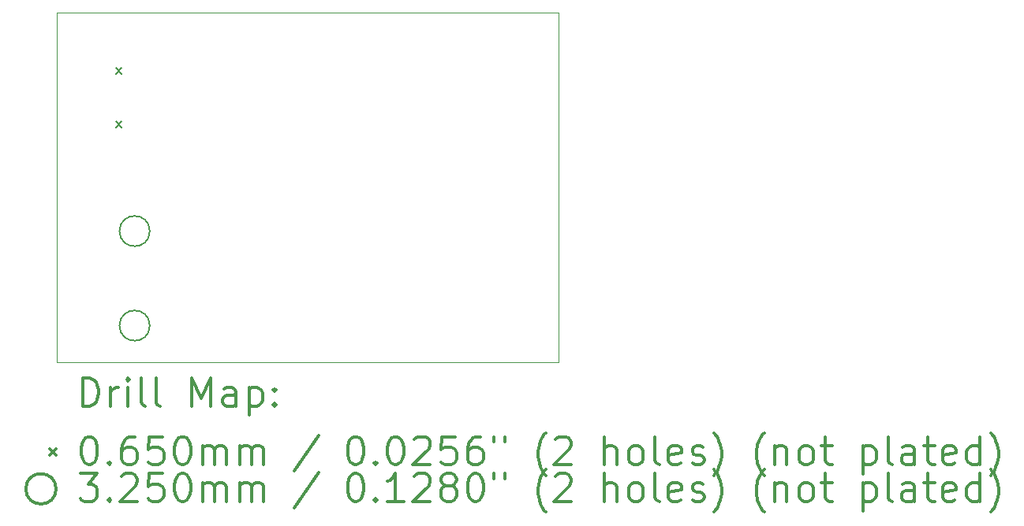
<source format=gbr>
%FSLAX45Y45*%
G04 Gerber Fmt 4.5, Leading zero omitted, Abs format (unit mm)*
G04 Created by KiCad (PCBNEW 5.1.10-88a1d61d58~90~ubuntu20.04.1) date 2021-11-06 19:30:08*
%MOMM*%
%LPD*%
G01*
G04 APERTURE LIST*
%TA.AperFunction,Profile*%
%ADD10C,0.100000*%
%TD*%
%ADD11C,0.200000*%
%ADD12C,0.300000*%
G04 APERTURE END LIST*
D10*
X10769600Y-6248400D02*
X10769600Y-6299200D01*
X16154400Y-6299200D02*
X16154400Y-6248400D01*
X16103600Y-6299200D02*
X16154400Y-6299200D01*
X16154400Y-2540000D02*
X16103600Y-2540000D01*
X10769600Y-2540000D02*
X10769600Y-6248400D01*
X16103600Y-2540000D02*
X10769600Y-2540000D01*
X16154400Y-6248400D02*
X16154400Y-2540000D01*
X10769600Y-6299200D02*
X16103600Y-6299200D01*
D11*
X11403500Y-3132900D02*
X11468500Y-3197900D01*
X11468500Y-3132900D02*
X11403500Y-3197900D01*
X11403500Y-3710900D02*
X11468500Y-3775900D01*
X11468500Y-3710900D02*
X11403500Y-3775900D01*
X11770300Y-4889000D02*
G75*
G03*
X11770300Y-4889000I-162500J0D01*
G01*
X11770300Y-5905000D02*
G75*
G03*
X11770300Y-5905000I-162500J0D01*
G01*
D12*
X11051028Y-6769914D02*
X11051028Y-6469914D01*
X11122457Y-6469914D01*
X11165314Y-6484200D01*
X11193886Y-6512771D01*
X11208171Y-6541343D01*
X11222457Y-6598486D01*
X11222457Y-6641343D01*
X11208171Y-6698486D01*
X11193886Y-6727057D01*
X11165314Y-6755629D01*
X11122457Y-6769914D01*
X11051028Y-6769914D01*
X11351028Y-6769914D02*
X11351028Y-6569914D01*
X11351028Y-6627057D02*
X11365314Y-6598486D01*
X11379600Y-6584200D01*
X11408171Y-6569914D01*
X11436743Y-6569914D01*
X11536743Y-6769914D02*
X11536743Y-6569914D01*
X11536743Y-6469914D02*
X11522457Y-6484200D01*
X11536743Y-6498486D01*
X11551028Y-6484200D01*
X11536743Y-6469914D01*
X11536743Y-6498486D01*
X11722457Y-6769914D02*
X11693886Y-6755629D01*
X11679600Y-6727057D01*
X11679600Y-6469914D01*
X11879600Y-6769914D02*
X11851028Y-6755629D01*
X11836743Y-6727057D01*
X11836743Y-6469914D01*
X12222457Y-6769914D02*
X12222457Y-6469914D01*
X12322457Y-6684200D01*
X12422457Y-6469914D01*
X12422457Y-6769914D01*
X12693886Y-6769914D02*
X12693886Y-6612771D01*
X12679600Y-6584200D01*
X12651028Y-6569914D01*
X12593886Y-6569914D01*
X12565314Y-6584200D01*
X12693886Y-6755629D02*
X12665314Y-6769914D01*
X12593886Y-6769914D01*
X12565314Y-6755629D01*
X12551028Y-6727057D01*
X12551028Y-6698486D01*
X12565314Y-6669914D01*
X12593886Y-6655629D01*
X12665314Y-6655629D01*
X12693886Y-6641343D01*
X12836743Y-6569914D02*
X12836743Y-6869914D01*
X12836743Y-6584200D02*
X12865314Y-6569914D01*
X12922457Y-6569914D01*
X12951028Y-6584200D01*
X12965314Y-6598486D01*
X12979600Y-6627057D01*
X12979600Y-6712771D01*
X12965314Y-6741343D01*
X12951028Y-6755629D01*
X12922457Y-6769914D01*
X12865314Y-6769914D01*
X12836743Y-6755629D01*
X13108171Y-6741343D02*
X13122457Y-6755629D01*
X13108171Y-6769914D01*
X13093886Y-6755629D01*
X13108171Y-6741343D01*
X13108171Y-6769914D01*
X13108171Y-6584200D02*
X13122457Y-6598486D01*
X13108171Y-6612771D01*
X13093886Y-6598486D01*
X13108171Y-6584200D01*
X13108171Y-6612771D01*
X10699600Y-7231700D02*
X10764600Y-7296700D01*
X10764600Y-7231700D02*
X10699600Y-7296700D01*
X11108171Y-7099914D02*
X11136743Y-7099914D01*
X11165314Y-7114200D01*
X11179600Y-7128486D01*
X11193886Y-7157057D01*
X11208171Y-7214200D01*
X11208171Y-7285629D01*
X11193886Y-7342771D01*
X11179600Y-7371343D01*
X11165314Y-7385629D01*
X11136743Y-7399914D01*
X11108171Y-7399914D01*
X11079600Y-7385629D01*
X11065314Y-7371343D01*
X11051028Y-7342771D01*
X11036743Y-7285629D01*
X11036743Y-7214200D01*
X11051028Y-7157057D01*
X11065314Y-7128486D01*
X11079600Y-7114200D01*
X11108171Y-7099914D01*
X11336743Y-7371343D02*
X11351028Y-7385629D01*
X11336743Y-7399914D01*
X11322457Y-7385629D01*
X11336743Y-7371343D01*
X11336743Y-7399914D01*
X11608171Y-7099914D02*
X11551028Y-7099914D01*
X11522457Y-7114200D01*
X11508171Y-7128486D01*
X11479600Y-7171343D01*
X11465314Y-7228486D01*
X11465314Y-7342771D01*
X11479600Y-7371343D01*
X11493886Y-7385629D01*
X11522457Y-7399914D01*
X11579600Y-7399914D01*
X11608171Y-7385629D01*
X11622457Y-7371343D01*
X11636743Y-7342771D01*
X11636743Y-7271343D01*
X11622457Y-7242771D01*
X11608171Y-7228486D01*
X11579600Y-7214200D01*
X11522457Y-7214200D01*
X11493886Y-7228486D01*
X11479600Y-7242771D01*
X11465314Y-7271343D01*
X11908171Y-7099914D02*
X11765314Y-7099914D01*
X11751028Y-7242771D01*
X11765314Y-7228486D01*
X11793886Y-7214200D01*
X11865314Y-7214200D01*
X11893886Y-7228486D01*
X11908171Y-7242771D01*
X11922457Y-7271343D01*
X11922457Y-7342771D01*
X11908171Y-7371343D01*
X11893886Y-7385629D01*
X11865314Y-7399914D01*
X11793886Y-7399914D01*
X11765314Y-7385629D01*
X11751028Y-7371343D01*
X12108171Y-7099914D02*
X12136743Y-7099914D01*
X12165314Y-7114200D01*
X12179600Y-7128486D01*
X12193886Y-7157057D01*
X12208171Y-7214200D01*
X12208171Y-7285629D01*
X12193886Y-7342771D01*
X12179600Y-7371343D01*
X12165314Y-7385629D01*
X12136743Y-7399914D01*
X12108171Y-7399914D01*
X12079600Y-7385629D01*
X12065314Y-7371343D01*
X12051028Y-7342771D01*
X12036743Y-7285629D01*
X12036743Y-7214200D01*
X12051028Y-7157057D01*
X12065314Y-7128486D01*
X12079600Y-7114200D01*
X12108171Y-7099914D01*
X12336743Y-7399914D02*
X12336743Y-7199914D01*
X12336743Y-7228486D02*
X12351028Y-7214200D01*
X12379600Y-7199914D01*
X12422457Y-7199914D01*
X12451028Y-7214200D01*
X12465314Y-7242771D01*
X12465314Y-7399914D01*
X12465314Y-7242771D02*
X12479600Y-7214200D01*
X12508171Y-7199914D01*
X12551028Y-7199914D01*
X12579600Y-7214200D01*
X12593886Y-7242771D01*
X12593886Y-7399914D01*
X12736743Y-7399914D02*
X12736743Y-7199914D01*
X12736743Y-7228486D02*
X12751028Y-7214200D01*
X12779600Y-7199914D01*
X12822457Y-7199914D01*
X12851028Y-7214200D01*
X12865314Y-7242771D01*
X12865314Y-7399914D01*
X12865314Y-7242771D02*
X12879600Y-7214200D01*
X12908171Y-7199914D01*
X12951028Y-7199914D01*
X12979600Y-7214200D01*
X12993886Y-7242771D01*
X12993886Y-7399914D01*
X13579600Y-7085629D02*
X13322457Y-7471343D01*
X13965314Y-7099914D02*
X13993886Y-7099914D01*
X14022457Y-7114200D01*
X14036743Y-7128486D01*
X14051028Y-7157057D01*
X14065314Y-7214200D01*
X14065314Y-7285629D01*
X14051028Y-7342771D01*
X14036743Y-7371343D01*
X14022457Y-7385629D01*
X13993886Y-7399914D01*
X13965314Y-7399914D01*
X13936743Y-7385629D01*
X13922457Y-7371343D01*
X13908171Y-7342771D01*
X13893886Y-7285629D01*
X13893886Y-7214200D01*
X13908171Y-7157057D01*
X13922457Y-7128486D01*
X13936743Y-7114200D01*
X13965314Y-7099914D01*
X14193886Y-7371343D02*
X14208171Y-7385629D01*
X14193886Y-7399914D01*
X14179600Y-7385629D01*
X14193886Y-7371343D01*
X14193886Y-7399914D01*
X14393886Y-7099914D02*
X14422457Y-7099914D01*
X14451028Y-7114200D01*
X14465314Y-7128486D01*
X14479600Y-7157057D01*
X14493886Y-7214200D01*
X14493886Y-7285629D01*
X14479600Y-7342771D01*
X14465314Y-7371343D01*
X14451028Y-7385629D01*
X14422457Y-7399914D01*
X14393886Y-7399914D01*
X14365314Y-7385629D01*
X14351028Y-7371343D01*
X14336743Y-7342771D01*
X14322457Y-7285629D01*
X14322457Y-7214200D01*
X14336743Y-7157057D01*
X14351028Y-7128486D01*
X14365314Y-7114200D01*
X14393886Y-7099914D01*
X14608171Y-7128486D02*
X14622457Y-7114200D01*
X14651028Y-7099914D01*
X14722457Y-7099914D01*
X14751028Y-7114200D01*
X14765314Y-7128486D01*
X14779600Y-7157057D01*
X14779600Y-7185629D01*
X14765314Y-7228486D01*
X14593886Y-7399914D01*
X14779600Y-7399914D01*
X15051028Y-7099914D02*
X14908171Y-7099914D01*
X14893886Y-7242771D01*
X14908171Y-7228486D01*
X14936743Y-7214200D01*
X15008171Y-7214200D01*
X15036743Y-7228486D01*
X15051028Y-7242771D01*
X15065314Y-7271343D01*
X15065314Y-7342771D01*
X15051028Y-7371343D01*
X15036743Y-7385629D01*
X15008171Y-7399914D01*
X14936743Y-7399914D01*
X14908171Y-7385629D01*
X14893886Y-7371343D01*
X15322457Y-7099914D02*
X15265314Y-7099914D01*
X15236743Y-7114200D01*
X15222457Y-7128486D01*
X15193886Y-7171343D01*
X15179600Y-7228486D01*
X15179600Y-7342771D01*
X15193886Y-7371343D01*
X15208171Y-7385629D01*
X15236743Y-7399914D01*
X15293886Y-7399914D01*
X15322457Y-7385629D01*
X15336743Y-7371343D01*
X15351028Y-7342771D01*
X15351028Y-7271343D01*
X15336743Y-7242771D01*
X15322457Y-7228486D01*
X15293886Y-7214200D01*
X15236743Y-7214200D01*
X15208171Y-7228486D01*
X15193886Y-7242771D01*
X15179600Y-7271343D01*
X15465314Y-7099914D02*
X15465314Y-7157057D01*
X15579600Y-7099914D02*
X15579600Y-7157057D01*
X16022457Y-7514200D02*
X16008171Y-7499914D01*
X15979600Y-7457057D01*
X15965314Y-7428486D01*
X15951028Y-7385629D01*
X15936743Y-7314200D01*
X15936743Y-7257057D01*
X15951028Y-7185629D01*
X15965314Y-7142771D01*
X15979600Y-7114200D01*
X16008171Y-7071343D01*
X16022457Y-7057057D01*
X16122457Y-7128486D02*
X16136743Y-7114200D01*
X16165314Y-7099914D01*
X16236743Y-7099914D01*
X16265314Y-7114200D01*
X16279600Y-7128486D01*
X16293886Y-7157057D01*
X16293886Y-7185629D01*
X16279600Y-7228486D01*
X16108171Y-7399914D01*
X16293886Y-7399914D01*
X16651028Y-7399914D02*
X16651028Y-7099914D01*
X16779600Y-7399914D02*
X16779600Y-7242771D01*
X16765314Y-7214200D01*
X16736743Y-7199914D01*
X16693886Y-7199914D01*
X16665314Y-7214200D01*
X16651028Y-7228486D01*
X16965314Y-7399914D02*
X16936743Y-7385629D01*
X16922457Y-7371343D01*
X16908171Y-7342771D01*
X16908171Y-7257057D01*
X16922457Y-7228486D01*
X16936743Y-7214200D01*
X16965314Y-7199914D01*
X17008171Y-7199914D01*
X17036743Y-7214200D01*
X17051028Y-7228486D01*
X17065314Y-7257057D01*
X17065314Y-7342771D01*
X17051028Y-7371343D01*
X17036743Y-7385629D01*
X17008171Y-7399914D01*
X16965314Y-7399914D01*
X17236743Y-7399914D02*
X17208171Y-7385629D01*
X17193886Y-7357057D01*
X17193886Y-7099914D01*
X17465314Y-7385629D02*
X17436743Y-7399914D01*
X17379600Y-7399914D01*
X17351028Y-7385629D01*
X17336743Y-7357057D01*
X17336743Y-7242771D01*
X17351028Y-7214200D01*
X17379600Y-7199914D01*
X17436743Y-7199914D01*
X17465314Y-7214200D01*
X17479600Y-7242771D01*
X17479600Y-7271343D01*
X17336743Y-7299914D01*
X17593886Y-7385629D02*
X17622457Y-7399914D01*
X17679600Y-7399914D01*
X17708171Y-7385629D01*
X17722457Y-7357057D01*
X17722457Y-7342771D01*
X17708171Y-7314200D01*
X17679600Y-7299914D01*
X17636743Y-7299914D01*
X17608171Y-7285629D01*
X17593886Y-7257057D01*
X17593886Y-7242771D01*
X17608171Y-7214200D01*
X17636743Y-7199914D01*
X17679600Y-7199914D01*
X17708171Y-7214200D01*
X17822457Y-7514200D02*
X17836743Y-7499914D01*
X17865314Y-7457057D01*
X17879600Y-7428486D01*
X17893886Y-7385629D01*
X17908171Y-7314200D01*
X17908171Y-7257057D01*
X17893886Y-7185629D01*
X17879600Y-7142771D01*
X17865314Y-7114200D01*
X17836743Y-7071343D01*
X17822457Y-7057057D01*
X18365314Y-7514200D02*
X18351028Y-7499914D01*
X18322457Y-7457057D01*
X18308171Y-7428486D01*
X18293886Y-7385629D01*
X18279600Y-7314200D01*
X18279600Y-7257057D01*
X18293886Y-7185629D01*
X18308171Y-7142771D01*
X18322457Y-7114200D01*
X18351028Y-7071343D01*
X18365314Y-7057057D01*
X18479600Y-7199914D02*
X18479600Y-7399914D01*
X18479600Y-7228486D02*
X18493886Y-7214200D01*
X18522457Y-7199914D01*
X18565314Y-7199914D01*
X18593886Y-7214200D01*
X18608171Y-7242771D01*
X18608171Y-7399914D01*
X18793886Y-7399914D02*
X18765314Y-7385629D01*
X18751028Y-7371343D01*
X18736743Y-7342771D01*
X18736743Y-7257057D01*
X18751028Y-7228486D01*
X18765314Y-7214200D01*
X18793886Y-7199914D01*
X18836743Y-7199914D01*
X18865314Y-7214200D01*
X18879600Y-7228486D01*
X18893886Y-7257057D01*
X18893886Y-7342771D01*
X18879600Y-7371343D01*
X18865314Y-7385629D01*
X18836743Y-7399914D01*
X18793886Y-7399914D01*
X18979600Y-7199914D02*
X19093886Y-7199914D01*
X19022457Y-7099914D02*
X19022457Y-7357057D01*
X19036743Y-7385629D01*
X19065314Y-7399914D01*
X19093886Y-7399914D01*
X19422457Y-7199914D02*
X19422457Y-7499914D01*
X19422457Y-7214200D02*
X19451028Y-7199914D01*
X19508171Y-7199914D01*
X19536743Y-7214200D01*
X19551028Y-7228486D01*
X19565314Y-7257057D01*
X19565314Y-7342771D01*
X19551028Y-7371343D01*
X19536743Y-7385629D01*
X19508171Y-7399914D01*
X19451028Y-7399914D01*
X19422457Y-7385629D01*
X19736743Y-7399914D02*
X19708171Y-7385629D01*
X19693886Y-7357057D01*
X19693886Y-7099914D01*
X19979600Y-7399914D02*
X19979600Y-7242771D01*
X19965314Y-7214200D01*
X19936743Y-7199914D01*
X19879600Y-7199914D01*
X19851028Y-7214200D01*
X19979600Y-7385629D02*
X19951028Y-7399914D01*
X19879600Y-7399914D01*
X19851028Y-7385629D01*
X19836743Y-7357057D01*
X19836743Y-7328486D01*
X19851028Y-7299914D01*
X19879600Y-7285629D01*
X19951028Y-7285629D01*
X19979600Y-7271343D01*
X20079600Y-7199914D02*
X20193886Y-7199914D01*
X20122457Y-7099914D02*
X20122457Y-7357057D01*
X20136743Y-7385629D01*
X20165314Y-7399914D01*
X20193886Y-7399914D01*
X20408171Y-7385629D02*
X20379600Y-7399914D01*
X20322457Y-7399914D01*
X20293886Y-7385629D01*
X20279600Y-7357057D01*
X20279600Y-7242771D01*
X20293886Y-7214200D01*
X20322457Y-7199914D01*
X20379600Y-7199914D01*
X20408171Y-7214200D01*
X20422457Y-7242771D01*
X20422457Y-7271343D01*
X20279600Y-7299914D01*
X20679600Y-7399914D02*
X20679600Y-7099914D01*
X20679600Y-7385629D02*
X20651028Y-7399914D01*
X20593886Y-7399914D01*
X20565314Y-7385629D01*
X20551028Y-7371343D01*
X20536743Y-7342771D01*
X20536743Y-7257057D01*
X20551028Y-7228486D01*
X20565314Y-7214200D01*
X20593886Y-7199914D01*
X20651028Y-7199914D01*
X20679600Y-7214200D01*
X20793886Y-7514200D02*
X20808171Y-7499914D01*
X20836743Y-7457057D01*
X20851028Y-7428486D01*
X20865314Y-7385629D01*
X20879600Y-7314200D01*
X20879600Y-7257057D01*
X20865314Y-7185629D01*
X20851028Y-7142771D01*
X20836743Y-7114200D01*
X20808171Y-7071343D01*
X20793886Y-7057057D01*
X10764600Y-7660200D02*
G75*
G03*
X10764600Y-7660200I-162500J0D01*
G01*
X11022457Y-7495914D02*
X11208171Y-7495914D01*
X11108171Y-7610200D01*
X11151028Y-7610200D01*
X11179600Y-7624486D01*
X11193886Y-7638771D01*
X11208171Y-7667343D01*
X11208171Y-7738771D01*
X11193886Y-7767343D01*
X11179600Y-7781629D01*
X11151028Y-7795914D01*
X11065314Y-7795914D01*
X11036743Y-7781629D01*
X11022457Y-7767343D01*
X11336743Y-7767343D02*
X11351028Y-7781629D01*
X11336743Y-7795914D01*
X11322457Y-7781629D01*
X11336743Y-7767343D01*
X11336743Y-7795914D01*
X11465314Y-7524486D02*
X11479600Y-7510200D01*
X11508171Y-7495914D01*
X11579600Y-7495914D01*
X11608171Y-7510200D01*
X11622457Y-7524486D01*
X11636743Y-7553057D01*
X11636743Y-7581629D01*
X11622457Y-7624486D01*
X11451028Y-7795914D01*
X11636743Y-7795914D01*
X11908171Y-7495914D02*
X11765314Y-7495914D01*
X11751028Y-7638771D01*
X11765314Y-7624486D01*
X11793886Y-7610200D01*
X11865314Y-7610200D01*
X11893886Y-7624486D01*
X11908171Y-7638771D01*
X11922457Y-7667343D01*
X11922457Y-7738771D01*
X11908171Y-7767343D01*
X11893886Y-7781629D01*
X11865314Y-7795914D01*
X11793886Y-7795914D01*
X11765314Y-7781629D01*
X11751028Y-7767343D01*
X12108171Y-7495914D02*
X12136743Y-7495914D01*
X12165314Y-7510200D01*
X12179600Y-7524486D01*
X12193886Y-7553057D01*
X12208171Y-7610200D01*
X12208171Y-7681629D01*
X12193886Y-7738771D01*
X12179600Y-7767343D01*
X12165314Y-7781629D01*
X12136743Y-7795914D01*
X12108171Y-7795914D01*
X12079600Y-7781629D01*
X12065314Y-7767343D01*
X12051028Y-7738771D01*
X12036743Y-7681629D01*
X12036743Y-7610200D01*
X12051028Y-7553057D01*
X12065314Y-7524486D01*
X12079600Y-7510200D01*
X12108171Y-7495914D01*
X12336743Y-7795914D02*
X12336743Y-7595914D01*
X12336743Y-7624486D02*
X12351028Y-7610200D01*
X12379600Y-7595914D01*
X12422457Y-7595914D01*
X12451028Y-7610200D01*
X12465314Y-7638771D01*
X12465314Y-7795914D01*
X12465314Y-7638771D02*
X12479600Y-7610200D01*
X12508171Y-7595914D01*
X12551028Y-7595914D01*
X12579600Y-7610200D01*
X12593886Y-7638771D01*
X12593886Y-7795914D01*
X12736743Y-7795914D02*
X12736743Y-7595914D01*
X12736743Y-7624486D02*
X12751028Y-7610200D01*
X12779600Y-7595914D01*
X12822457Y-7595914D01*
X12851028Y-7610200D01*
X12865314Y-7638771D01*
X12865314Y-7795914D01*
X12865314Y-7638771D02*
X12879600Y-7610200D01*
X12908171Y-7595914D01*
X12951028Y-7595914D01*
X12979600Y-7610200D01*
X12993886Y-7638771D01*
X12993886Y-7795914D01*
X13579600Y-7481629D02*
X13322457Y-7867343D01*
X13965314Y-7495914D02*
X13993886Y-7495914D01*
X14022457Y-7510200D01*
X14036743Y-7524486D01*
X14051028Y-7553057D01*
X14065314Y-7610200D01*
X14065314Y-7681629D01*
X14051028Y-7738771D01*
X14036743Y-7767343D01*
X14022457Y-7781629D01*
X13993886Y-7795914D01*
X13965314Y-7795914D01*
X13936743Y-7781629D01*
X13922457Y-7767343D01*
X13908171Y-7738771D01*
X13893886Y-7681629D01*
X13893886Y-7610200D01*
X13908171Y-7553057D01*
X13922457Y-7524486D01*
X13936743Y-7510200D01*
X13965314Y-7495914D01*
X14193886Y-7767343D02*
X14208171Y-7781629D01*
X14193886Y-7795914D01*
X14179600Y-7781629D01*
X14193886Y-7767343D01*
X14193886Y-7795914D01*
X14493886Y-7795914D02*
X14322457Y-7795914D01*
X14408171Y-7795914D02*
X14408171Y-7495914D01*
X14379600Y-7538771D01*
X14351028Y-7567343D01*
X14322457Y-7581629D01*
X14608171Y-7524486D02*
X14622457Y-7510200D01*
X14651028Y-7495914D01*
X14722457Y-7495914D01*
X14751028Y-7510200D01*
X14765314Y-7524486D01*
X14779600Y-7553057D01*
X14779600Y-7581629D01*
X14765314Y-7624486D01*
X14593886Y-7795914D01*
X14779600Y-7795914D01*
X14951028Y-7624486D02*
X14922457Y-7610200D01*
X14908171Y-7595914D01*
X14893886Y-7567343D01*
X14893886Y-7553057D01*
X14908171Y-7524486D01*
X14922457Y-7510200D01*
X14951028Y-7495914D01*
X15008171Y-7495914D01*
X15036743Y-7510200D01*
X15051028Y-7524486D01*
X15065314Y-7553057D01*
X15065314Y-7567343D01*
X15051028Y-7595914D01*
X15036743Y-7610200D01*
X15008171Y-7624486D01*
X14951028Y-7624486D01*
X14922457Y-7638771D01*
X14908171Y-7653057D01*
X14893886Y-7681629D01*
X14893886Y-7738771D01*
X14908171Y-7767343D01*
X14922457Y-7781629D01*
X14951028Y-7795914D01*
X15008171Y-7795914D01*
X15036743Y-7781629D01*
X15051028Y-7767343D01*
X15065314Y-7738771D01*
X15065314Y-7681629D01*
X15051028Y-7653057D01*
X15036743Y-7638771D01*
X15008171Y-7624486D01*
X15251028Y-7495914D02*
X15279600Y-7495914D01*
X15308171Y-7510200D01*
X15322457Y-7524486D01*
X15336743Y-7553057D01*
X15351028Y-7610200D01*
X15351028Y-7681629D01*
X15336743Y-7738771D01*
X15322457Y-7767343D01*
X15308171Y-7781629D01*
X15279600Y-7795914D01*
X15251028Y-7795914D01*
X15222457Y-7781629D01*
X15208171Y-7767343D01*
X15193886Y-7738771D01*
X15179600Y-7681629D01*
X15179600Y-7610200D01*
X15193886Y-7553057D01*
X15208171Y-7524486D01*
X15222457Y-7510200D01*
X15251028Y-7495914D01*
X15465314Y-7495914D02*
X15465314Y-7553057D01*
X15579600Y-7495914D02*
X15579600Y-7553057D01*
X16022457Y-7910200D02*
X16008171Y-7895914D01*
X15979600Y-7853057D01*
X15965314Y-7824486D01*
X15951028Y-7781629D01*
X15936743Y-7710200D01*
X15936743Y-7653057D01*
X15951028Y-7581629D01*
X15965314Y-7538771D01*
X15979600Y-7510200D01*
X16008171Y-7467343D01*
X16022457Y-7453057D01*
X16122457Y-7524486D02*
X16136743Y-7510200D01*
X16165314Y-7495914D01*
X16236743Y-7495914D01*
X16265314Y-7510200D01*
X16279600Y-7524486D01*
X16293886Y-7553057D01*
X16293886Y-7581629D01*
X16279600Y-7624486D01*
X16108171Y-7795914D01*
X16293886Y-7795914D01*
X16651028Y-7795914D02*
X16651028Y-7495914D01*
X16779600Y-7795914D02*
X16779600Y-7638771D01*
X16765314Y-7610200D01*
X16736743Y-7595914D01*
X16693886Y-7595914D01*
X16665314Y-7610200D01*
X16651028Y-7624486D01*
X16965314Y-7795914D02*
X16936743Y-7781629D01*
X16922457Y-7767343D01*
X16908171Y-7738771D01*
X16908171Y-7653057D01*
X16922457Y-7624486D01*
X16936743Y-7610200D01*
X16965314Y-7595914D01*
X17008171Y-7595914D01*
X17036743Y-7610200D01*
X17051028Y-7624486D01*
X17065314Y-7653057D01*
X17065314Y-7738771D01*
X17051028Y-7767343D01*
X17036743Y-7781629D01*
X17008171Y-7795914D01*
X16965314Y-7795914D01*
X17236743Y-7795914D02*
X17208171Y-7781629D01*
X17193886Y-7753057D01*
X17193886Y-7495914D01*
X17465314Y-7781629D02*
X17436743Y-7795914D01*
X17379600Y-7795914D01*
X17351028Y-7781629D01*
X17336743Y-7753057D01*
X17336743Y-7638771D01*
X17351028Y-7610200D01*
X17379600Y-7595914D01*
X17436743Y-7595914D01*
X17465314Y-7610200D01*
X17479600Y-7638771D01*
X17479600Y-7667343D01*
X17336743Y-7695914D01*
X17593886Y-7781629D02*
X17622457Y-7795914D01*
X17679600Y-7795914D01*
X17708171Y-7781629D01*
X17722457Y-7753057D01*
X17722457Y-7738771D01*
X17708171Y-7710200D01*
X17679600Y-7695914D01*
X17636743Y-7695914D01*
X17608171Y-7681629D01*
X17593886Y-7653057D01*
X17593886Y-7638771D01*
X17608171Y-7610200D01*
X17636743Y-7595914D01*
X17679600Y-7595914D01*
X17708171Y-7610200D01*
X17822457Y-7910200D02*
X17836743Y-7895914D01*
X17865314Y-7853057D01*
X17879600Y-7824486D01*
X17893886Y-7781629D01*
X17908171Y-7710200D01*
X17908171Y-7653057D01*
X17893886Y-7581629D01*
X17879600Y-7538771D01*
X17865314Y-7510200D01*
X17836743Y-7467343D01*
X17822457Y-7453057D01*
X18365314Y-7910200D02*
X18351028Y-7895914D01*
X18322457Y-7853057D01*
X18308171Y-7824486D01*
X18293886Y-7781629D01*
X18279600Y-7710200D01*
X18279600Y-7653057D01*
X18293886Y-7581629D01*
X18308171Y-7538771D01*
X18322457Y-7510200D01*
X18351028Y-7467343D01*
X18365314Y-7453057D01*
X18479600Y-7595914D02*
X18479600Y-7795914D01*
X18479600Y-7624486D02*
X18493886Y-7610200D01*
X18522457Y-7595914D01*
X18565314Y-7595914D01*
X18593886Y-7610200D01*
X18608171Y-7638771D01*
X18608171Y-7795914D01*
X18793886Y-7795914D02*
X18765314Y-7781629D01*
X18751028Y-7767343D01*
X18736743Y-7738771D01*
X18736743Y-7653057D01*
X18751028Y-7624486D01*
X18765314Y-7610200D01*
X18793886Y-7595914D01*
X18836743Y-7595914D01*
X18865314Y-7610200D01*
X18879600Y-7624486D01*
X18893886Y-7653057D01*
X18893886Y-7738771D01*
X18879600Y-7767343D01*
X18865314Y-7781629D01*
X18836743Y-7795914D01*
X18793886Y-7795914D01*
X18979600Y-7595914D02*
X19093886Y-7595914D01*
X19022457Y-7495914D02*
X19022457Y-7753057D01*
X19036743Y-7781629D01*
X19065314Y-7795914D01*
X19093886Y-7795914D01*
X19422457Y-7595914D02*
X19422457Y-7895914D01*
X19422457Y-7610200D02*
X19451028Y-7595914D01*
X19508171Y-7595914D01*
X19536743Y-7610200D01*
X19551028Y-7624486D01*
X19565314Y-7653057D01*
X19565314Y-7738771D01*
X19551028Y-7767343D01*
X19536743Y-7781629D01*
X19508171Y-7795914D01*
X19451028Y-7795914D01*
X19422457Y-7781629D01*
X19736743Y-7795914D02*
X19708171Y-7781629D01*
X19693886Y-7753057D01*
X19693886Y-7495914D01*
X19979600Y-7795914D02*
X19979600Y-7638771D01*
X19965314Y-7610200D01*
X19936743Y-7595914D01*
X19879600Y-7595914D01*
X19851028Y-7610200D01*
X19979600Y-7781629D02*
X19951028Y-7795914D01*
X19879600Y-7795914D01*
X19851028Y-7781629D01*
X19836743Y-7753057D01*
X19836743Y-7724486D01*
X19851028Y-7695914D01*
X19879600Y-7681629D01*
X19951028Y-7681629D01*
X19979600Y-7667343D01*
X20079600Y-7595914D02*
X20193886Y-7595914D01*
X20122457Y-7495914D02*
X20122457Y-7753057D01*
X20136743Y-7781629D01*
X20165314Y-7795914D01*
X20193886Y-7795914D01*
X20408171Y-7781629D02*
X20379600Y-7795914D01*
X20322457Y-7795914D01*
X20293886Y-7781629D01*
X20279600Y-7753057D01*
X20279600Y-7638771D01*
X20293886Y-7610200D01*
X20322457Y-7595914D01*
X20379600Y-7595914D01*
X20408171Y-7610200D01*
X20422457Y-7638771D01*
X20422457Y-7667343D01*
X20279600Y-7695914D01*
X20679600Y-7795914D02*
X20679600Y-7495914D01*
X20679600Y-7781629D02*
X20651028Y-7795914D01*
X20593886Y-7795914D01*
X20565314Y-7781629D01*
X20551028Y-7767343D01*
X20536743Y-7738771D01*
X20536743Y-7653057D01*
X20551028Y-7624486D01*
X20565314Y-7610200D01*
X20593886Y-7595914D01*
X20651028Y-7595914D01*
X20679600Y-7610200D01*
X20793886Y-7910200D02*
X20808171Y-7895914D01*
X20836743Y-7853057D01*
X20851028Y-7824486D01*
X20865314Y-7781629D01*
X20879600Y-7710200D01*
X20879600Y-7653057D01*
X20865314Y-7581629D01*
X20851028Y-7538771D01*
X20836743Y-7510200D01*
X20808171Y-7467343D01*
X20793886Y-7453057D01*
M02*

</source>
